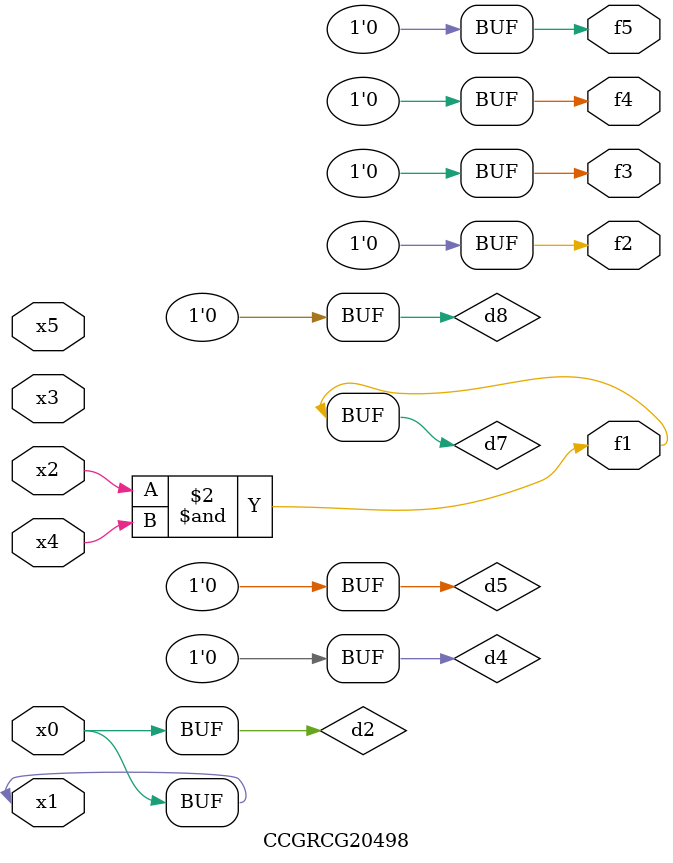
<source format=v>
module CCGRCG20498(
	input x0, x1, x2, x3, x4, x5,
	output f1, f2, f3, f4, f5
);

	wire d1, d2, d3, d4, d5, d6, d7, d8, d9;

	nand (d1, x1);
	buf (d2, x0, x1);
	nand (d3, x2, x4);
	and (d4, d1, d2);
	and (d5, d1, d2);
	nand (d6, d1, d3);
	not (d7, d3);
	xor (d8, d5);
	nor (d9, d5, d6);
	assign f1 = d7;
	assign f2 = d8;
	assign f3 = d8;
	assign f4 = d8;
	assign f5 = d8;
endmodule

</source>
